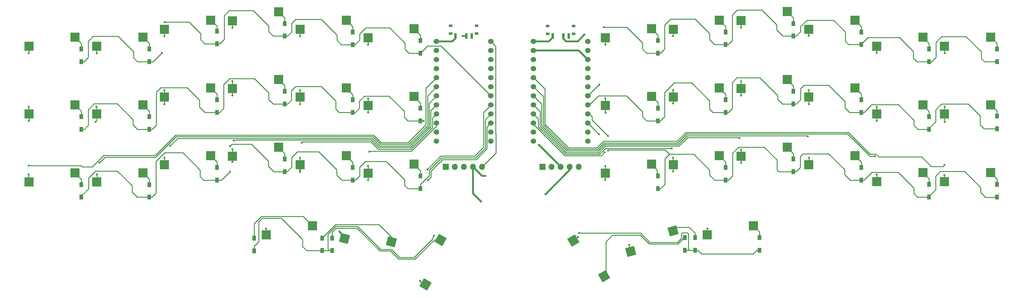
<source format=gbl>
%TF.GenerationSoftware,KiCad,Pcbnew,(6.0.9-0)*%
%TF.CreationDate,2022-12-17T11:16:42-06:00*%
%TF.ProjectId,corne-ice,636f726e-652d-4696-9365-2e6b69636164,0.1*%
%TF.SameCoordinates,Original*%
%TF.FileFunction,Copper,L2,Bot*%
%TF.FilePolarity,Positive*%
%FSLAX46Y46*%
G04 Gerber Fmt 4.6, Leading zero omitted, Abs format (unit mm)*
G04 Created by KiCad (PCBNEW (6.0.9-0)) date 2022-12-17 11:16:42*
%MOMM*%
%LPD*%
G01*
G04 APERTURE LIST*
G04 Aperture macros list*
%AMRotRect*
0 Rectangle, with rotation*
0 The origin of the aperture is its center*
0 $1 length*
0 $2 width*
0 $3 Rotation angle, in degrees counterclockwise*
0 Add horizontal line*
21,1,$1,$2,0,0,$3*%
G04 Aperture macros list end*
%TA.AperFunction,ComponentPad*%
%ADD10R,1.700000X1.700000*%
%TD*%
%TA.AperFunction,ComponentPad*%
%ADD11O,1.700000X1.700000*%
%TD*%
%TA.AperFunction,SMDPad,CuDef*%
%ADD12R,2.550000X2.500000*%
%TD*%
%TA.AperFunction,SMDPad,CuDef*%
%ADD13RotRect,2.550000X2.500000X165.000000*%
%TD*%
%TA.AperFunction,SMDPad,CuDef*%
%ADD14RotRect,2.550000X2.500000X240.000000*%
%TD*%
%TA.AperFunction,SMDPad,CuDef*%
%ADD15RotRect,2.550000X2.500000X120.000000*%
%TD*%
%TA.AperFunction,SMDPad,CuDef*%
%ADD16RotRect,2.550000X2.500000X195.000000*%
%TD*%
%TA.AperFunction,ComponentPad*%
%ADD17C,1.524000*%
%TD*%
%TA.AperFunction,SMDPad,CuDef*%
%ADD18R,1.000000X1.400000*%
%TD*%
%TA.AperFunction,SMDPad,CuDef*%
%ADD19R,0.700000X1.500000*%
%TD*%
%TA.AperFunction,SMDPad,CuDef*%
%ADD20R,1.000000X0.800000*%
%TD*%
%TA.AperFunction,ViaPad*%
%ADD21C,0.600000*%
%TD*%
%TA.AperFunction,Conductor*%
%ADD22C,0.250000*%
%TD*%
%TA.AperFunction,Conductor*%
%ADD23C,0.254000*%
%TD*%
%TA.AperFunction,Conductor*%
%ADD24C,0.508000*%
%TD*%
%TA.AperFunction,Conductor*%
%ADD25C,0.500000*%
%TD*%
G04 APERTURE END LIST*
D10*
X129782500Y-67030000D03*
D11*
X132322500Y-67030000D03*
X134862500Y-67030000D03*
X137402500Y-67030000D03*
X139942500Y-67030000D03*
D12*
X32022500Y-33240000D03*
X44949500Y-30700000D03*
X51022500Y-28490000D03*
X63949500Y-25950000D03*
X70022500Y-26115000D03*
X82949500Y-23575000D03*
X89022500Y-28490000D03*
X101949500Y-25950000D03*
X13022500Y-52240000D03*
X25949500Y-49700000D03*
X32022500Y-52240000D03*
X44949500Y-49700000D03*
X51022500Y-47490000D03*
X63949500Y-44950000D03*
X70022500Y-45115000D03*
X82949500Y-42575000D03*
X89022500Y-47490000D03*
X101949500Y-44950000D03*
X108022500Y-49865000D03*
X120949500Y-47325000D03*
X13022500Y-71240000D03*
X25949500Y-68700000D03*
X32022500Y-71240000D03*
X44949500Y-68700000D03*
X51022500Y-66490000D03*
X63949500Y-63950000D03*
X70022500Y-64115000D03*
X82949500Y-61575000D03*
X89022500Y-66490000D03*
X101949500Y-63950000D03*
X108022500Y-68865000D03*
X120949500Y-66325000D03*
X79522500Y-86115000D03*
X92449500Y-83575000D03*
D13*
X101421316Y-87117815D03*
X114565239Y-88010118D03*
D14*
X124115295Y-100020790D03*
X128379091Y-87555680D03*
D15*
X165521705Y-87744210D03*
X174184909Y-97669320D03*
D10*
X156932500Y-67030000D03*
D11*
X159472500Y-67030000D03*
X162012500Y-67030000D03*
X164552500Y-67030000D03*
X167092500Y-67030000D03*
D12*
X212529500Y-64110000D03*
X225456500Y-61570000D03*
X193529500Y-66485000D03*
X206456500Y-63945000D03*
X174529500Y-68860000D03*
X187456500Y-66320000D03*
X203029500Y-86110000D03*
X215956500Y-83570000D03*
D16*
X181613515Y-90780281D03*
X193442638Y-84981076D03*
D12*
X212529500Y-26110000D03*
X225456500Y-23570000D03*
X193529500Y-28485000D03*
X206456500Y-25945000D03*
X269529500Y-52235000D03*
X282456500Y-49695000D03*
X231529500Y-28485000D03*
X244456500Y-25945000D03*
X250529500Y-52235000D03*
X263456500Y-49695000D03*
X250529500Y-71235000D03*
X263456500Y-68695000D03*
X231529500Y-66485000D03*
X244456500Y-63945000D03*
X269529500Y-33235000D03*
X282456500Y-30695000D03*
X250529500Y-33235000D03*
X263456500Y-30695000D03*
X231529500Y-47485000D03*
X244456500Y-44945000D03*
X212529500Y-45110000D03*
X225456500Y-42570000D03*
X193529500Y-47485000D03*
X206456500Y-44945000D03*
X174529500Y-49860000D03*
X187456500Y-47320000D03*
X269529500Y-71235000D03*
X282456500Y-68695000D03*
X13022500Y-33240000D03*
X25949500Y-30700000D03*
X108022500Y-30865000D03*
X120949500Y-28325000D03*
X174522500Y-30865000D03*
X187449500Y-28325000D03*
D17*
X127203900Y-31942000D03*
X127203900Y-34482000D03*
X127203900Y-37022000D03*
X127203900Y-39562000D03*
X127203900Y-42102000D03*
X127203900Y-44642000D03*
X127203900Y-47182000D03*
X127203900Y-49722000D03*
X127203900Y-52262000D03*
X127203900Y-54802000D03*
X127203900Y-57342000D03*
X127203900Y-59882000D03*
X142423900Y-59882000D03*
X142423900Y-57342000D03*
X142423900Y-54802000D03*
X142423900Y-52262000D03*
X142423900Y-49722000D03*
X142423900Y-47182000D03*
X142423900Y-44642000D03*
X142423900Y-42102000D03*
X142423900Y-39562000D03*
X142423900Y-37022000D03*
X142423900Y-34482000D03*
X142423900Y-31942000D03*
X169598900Y-31912000D03*
X169598900Y-34452000D03*
X169598900Y-36992000D03*
X169598900Y-39532000D03*
X169598900Y-42072000D03*
X169598900Y-44612000D03*
X169598900Y-47152000D03*
X169598900Y-49692000D03*
X169598900Y-52232000D03*
X169598900Y-54772000D03*
X169598900Y-57312000D03*
X169598900Y-59852000D03*
X154378900Y-59852000D03*
X154378900Y-57312000D03*
X154378900Y-54772000D03*
X154378900Y-52232000D03*
X154378900Y-49692000D03*
X154378900Y-47152000D03*
X154378900Y-44612000D03*
X154378900Y-42072000D03*
X154378900Y-39532000D03*
X154378900Y-36992000D03*
X154378900Y-34452000D03*
X154378900Y-31912000D03*
D18*
X27734500Y-37551875D03*
X27734500Y-34001875D03*
X46734500Y-37555000D03*
X46734500Y-34005000D03*
X65707500Y-32555000D03*
X65707500Y-29005000D03*
X84707500Y-30430000D03*
X84707500Y-26880000D03*
X103707500Y-32805000D03*
X103707500Y-29255000D03*
X122707500Y-35180000D03*
X122707500Y-31630000D03*
X27734500Y-56551875D03*
X27734500Y-53001875D03*
X46734500Y-56555000D03*
X46734500Y-53005000D03*
X65707500Y-51805000D03*
X65707500Y-48255000D03*
X84707500Y-49430000D03*
X84707500Y-45880000D03*
X103707500Y-51805000D03*
X103707500Y-48255000D03*
X122707500Y-54180000D03*
X122707500Y-50630000D03*
X27734500Y-75551875D03*
X27734500Y-72001875D03*
X46734500Y-75555000D03*
X46734500Y-72005000D03*
X65707500Y-70805000D03*
X65707500Y-67255000D03*
X84707500Y-68430000D03*
X84707500Y-64880000D03*
X103707500Y-70805000D03*
X103707500Y-67255000D03*
X122707500Y-73180000D03*
X122707500Y-69630000D03*
X76157500Y-90545000D03*
X76157500Y-86995000D03*
X95164500Y-90540000D03*
X95164500Y-86990000D03*
X98007500Y-90540000D03*
X98007500Y-86990000D03*
X265214500Y-37550000D03*
X265214500Y-34000000D03*
X246214500Y-32800000D03*
X246214500Y-29250000D03*
X227214500Y-30425000D03*
X227214500Y-26875000D03*
X189207500Y-35180000D03*
X189207500Y-31630000D03*
X284214500Y-56400000D03*
X284214500Y-52850000D03*
X265214500Y-56550000D03*
X265214500Y-53000000D03*
X246214500Y-51800000D03*
X246214500Y-48250000D03*
X227214500Y-49425000D03*
X227214500Y-45875000D03*
X208214500Y-51800000D03*
X208214500Y-48250000D03*
X189207500Y-54180000D03*
X189207500Y-50630000D03*
X284214500Y-75550000D03*
X284214500Y-72000000D03*
X265214500Y-75550000D03*
X265214500Y-72000000D03*
X246214500Y-70800000D03*
X246214500Y-67250000D03*
X227214500Y-68425000D03*
X227214500Y-64875000D03*
X208214500Y-70800000D03*
X208214500Y-67250000D03*
X189207500Y-73180000D03*
X189207500Y-69630000D03*
X217714500Y-90410000D03*
X217714500Y-86860000D03*
X199664500Y-90425000D03*
X199664500Y-86875000D03*
X196814500Y-90425000D03*
X196814500Y-86875000D03*
X284214500Y-37550000D03*
X284214500Y-34000000D03*
X208214500Y-32800000D03*
X208214500Y-29250000D03*
D19*
X159757500Y-30410000D03*
X162757500Y-30410000D03*
X164257500Y-30410000D03*
D20*
X158357500Y-27560000D03*
X158357500Y-29760000D03*
X165657500Y-29760000D03*
X165657500Y-27560000D03*
D19*
X132557500Y-30380000D03*
X135557500Y-30380000D03*
X137057500Y-30380000D03*
D20*
X131157500Y-27530000D03*
X131157500Y-29730000D03*
X138457500Y-29730000D03*
X138457500Y-27530000D03*
D21*
X50307500Y-35105000D03*
X51107500Y-26505000D03*
X123607500Y-54205000D03*
X124607500Y-67780000D03*
X69382500Y-68405000D03*
X69382500Y-61305000D03*
X124807500Y-70805000D03*
X126493737Y-86382353D03*
X139707500Y-76780000D03*
X140907500Y-69580000D03*
X13007500Y-35205000D03*
X13007500Y-54205000D03*
X13007500Y-50205000D03*
X13007500Y-66705000D03*
X13007500Y-69205000D03*
X32107500Y-69205000D03*
X32007500Y-35205000D03*
X32796949Y-65894449D03*
X31964840Y-50194907D03*
X31707500Y-54405000D03*
X51007500Y-49505000D03*
X51007500Y-45505000D03*
X52577078Y-61174578D03*
X51007500Y-64505000D03*
X51007500Y-30505000D03*
X70407500Y-59705000D03*
X70007500Y-62105000D03*
X70007500Y-43105000D03*
X70007500Y-47105000D03*
X70007500Y-65705000D03*
X70007500Y-28105000D03*
X79507500Y-84305000D03*
X89007500Y-64505000D03*
X89007500Y-49505000D03*
X89007500Y-68505000D03*
X89007500Y-30505000D03*
X100007500Y-85205000D03*
X89407500Y-60305000D03*
X89007500Y-45505000D03*
X122607500Y-99005000D03*
X108007500Y-51805000D03*
X108007500Y-47905000D03*
X108007500Y-70805000D03*
X108407504Y-62805000D03*
X108007500Y-32805000D03*
X108007500Y-66805000D03*
X172807500Y-44015200D03*
X174063522Y-27965000D03*
X175232500Y-58415010D03*
X175232500Y-62500000D03*
X172761000Y-57933500D03*
X167110558Y-85628058D03*
X269507500Y-69305000D03*
X269547500Y-66550000D03*
X269607500Y-35205000D03*
X269617500Y-54555000D03*
X269592510Y-50205000D03*
X250507500Y-69205000D03*
X249997500Y-64100010D03*
X250507500Y-50305000D03*
X250507500Y-54205000D03*
X250507500Y-35105000D03*
X231607500Y-49505000D03*
X231234449Y-58513051D03*
X231507500Y-45505000D03*
X231507500Y-30305000D03*
X231607500Y-64505000D03*
X212507500Y-28005000D03*
X212507500Y-43105000D03*
X203087500Y-84335000D03*
X212557500Y-65985000D03*
X212507500Y-62205000D03*
X212107500Y-59020000D03*
X212507500Y-47105000D03*
X193507500Y-45505000D03*
X193517500Y-68325000D03*
X181187500Y-88895000D03*
X193507500Y-49305000D03*
X193137500Y-61875000D03*
X193507500Y-30405000D03*
X193507500Y-64505000D03*
X174417500Y-70675000D03*
X174607500Y-51905000D03*
X174297500Y-63015000D03*
X174507500Y-66905000D03*
X174507500Y-47805000D03*
X174507500Y-32805000D03*
X166887500Y-86675000D03*
X155907500Y-60875000D03*
X157707500Y-74780000D03*
X134507500Y-30380000D03*
X168688500Y-29999000D03*
D22*
X80220686Y-29205000D02*
X81445686Y-30430000D01*
X99307500Y-31605000D02*
X100507500Y-32805000D01*
X75907500Y-23305000D02*
X80207500Y-27605000D01*
X85457500Y-30430000D02*
X86607500Y-29280000D01*
X69107500Y-23305000D02*
X75907500Y-23305000D01*
X65707500Y-32555000D02*
X62257500Y-32555000D01*
X118407500Y-32405000D02*
X118407500Y-34105000D01*
X29607500Y-36428875D02*
X29607500Y-31905000D01*
X62257500Y-32555000D02*
X61107500Y-31405000D01*
X61107500Y-31405000D02*
X61107500Y-29705000D01*
X46734500Y-37555000D02*
X47857500Y-37555000D01*
X121957500Y-35180000D02*
X122707500Y-35180000D01*
X124707500Y-33180000D02*
X122707500Y-35180000D01*
X107407500Y-28105000D02*
X114107500Y-28105000D01*
X29607500Y-31905000D02*
X31007500Y-30505000D01*
X100507500Y-32805000D02*
X103707500Y-32805000D01*
X83957500Y-30430000D02*
X84707500Y-30430000D01*
X28484500Y-37551875D02*
X29607500Y-36428875D01*
X31007500Y-30505000D02*
X38007500Y-30505000D01*
X119482500Y-35180000D02*
X121957500Y-35180000D01*
X38007500Y-30505000D02*
X42307500Y-34805000D01*
X86607500Y-26805000D02*
X87707500Y-25705000D01*
X84707500Y-30430000D02*
X85457500Y-30430000D01*
X65707500Y-32555000D02*
X66457500Y-32555000D01*
X118407500Y-34105000D02*
X119482500Y-35180000D01*
X67707500Y-24705000D02*
X69107500Y-23305000D01*
X80207500Y-29205000D02*
X80220686Y-29205000D01*
X42307500Y-34805000D02*
X42307500Y-36505000D01*
X114107500Y-28105000D02*
X118407500Y-32405000D01*
X27734500Y-37551875D02*
X28484500Y-37551875D01*
X57907500Y-26505000D02*
X51531764Y-26505000D01*
X86607500Y-29280000D02*
X86607500Y-26805000D01*
X67707500Y-31305000D02*
X67707500Y-24705000D01*
X105707500Y-31505000D02*
X105707500Y-29805000D01*
X142423900Y-47182000D02*
X128421900Y-33180000D01*
X105707500Y-29805000D02*
X107407500Y-28105000D01*
X80207500Y-27605000D02*
X80207500Y-29205000D01*
X87707500Y-25705000D02*
X94907500Y-25705000D01*
X94907500Y-25705000D02*
X99307500Y-30105000D01*
X99307500Y-30105000D02*
X99307500Y-31605000D01*
X128421900Y-33180000D02*
X124707500Y-33180000D01*
X51531764Y-26505000D02*
X51107500Y-26505000D01*
X66457500Y-32555000D02*
X67707500Y-31305000D01*
X61107500Y-29705000D02*
X57907500Y-26505000D01*
X42307500Y-36505000D02*
X43357500Y-37555000D01*
X47857500Y-37555000D02*
X50307500Y-35105000D01*
X104407500Y-32805000D02*
X105707500Y-31505000D01*
X81445686Y-30430000D02*
X83957500Y-30430000D01*
X103707500Y-32805000D02*
X104407500Y-32805000D01*
X43357500Y-37555000D02*
X46734500Y-37555000D01*
X25949500Y-30725000D02*
X27734500Y-32510000D01*
X27734500Y-32510000D02*
X27734500Y-32751875D01*
X27734500Y-32751875D02*
X27734500Y-34001875D01*
X105607500Y-50655000D02*
X105607500Y-48605000D01*
X28484500Y-56551875D02*
X29607500Y-55428875D01*
X80207500Y-48205000D02*
X81432500Y-49430000D01*
X119182500Y-54180000D02*
X122707500Y-54180000D01*
X103707500Y-51805000D02*
X104457500Y-51805000D01*
X60807500Y-48354998D02*
X60807500Y-50305000D01*
X46734500Y-56555000D02*
X47484500Y-56555000D01*
X29607500Y-51005000D02*
X31282499Y-49330001D01*
X128382500Y-64005000D02*
X137907500Y-64005000D01*
X94907500Y-44505000D02*
X99007500Y-48605000D01*
X80207500Y-46305000D02*
X80207500Y-48205000D01*
X140407500Y-61505000D02*
X140407500Y-51805000D01*
X60807500Y-50305000D02*
X62307500Y-51805000D01*
X85457500Y-49430000D02*
X86507500Y-48380000D01*
X87707500Y-44505000D02*
X94907500Y-44505000D01*
X49932501Y-44879999D02*
X57332501Y-44879999D01*
X62307500Y-51805000D02*
X65707500Y-51805000D01*
X84707500Y-49430000D02*
X85457500Y-49430000D01*
X66457500Y-51805000D02*
X67607500Y-50655000D01*
X122707500Y-54180000D02*
X123582500Y-54180000D01*
X76207500Y-42305000D02*
X80207500Y-46305000D01*
X105607500Y-48605000D02*
X107007500Y-47205000D01*
X48707500Y-55332000D02*
X48707500Y-46105000D01*
X67607500Y-50655000D02*
X67607500Y-44005000D01*
X99907500Y-51805000D02*
X103707500Y-51805000D01*
X124607500Y-67780000D02*
X128382500Y-64005000D01*
X113907500Y-47205000D02*
X118207500Y-51505000D01*
X99007500Y-50905000D02*
X99907500Y-51805000D01*
X118207500Y-53205000D02*
X119182500Y-54180000D01*
X81432500Y-49430000D02*
X84707500Y-49430000D01*
X47484500Y-56555000D02*
X48707500Y-55332000D01*
X29607500Y-55428875D02*
X29607500Y-51005000D01*
X67607500Y-44005000D02*
X69307500Y-42305000D01*
X69307500Y-42305000D02*
X76207500Y-42305000D01*
X43457500Y-56555000D02*
X45984500Y-56555000D01*
X107007500Y-47205000D02*
X113907500Y-47205000D01*
X48707500Y-46105000D02*
X49932501Y-44879999D01*
X123582500Y-54180000D02*
X123607500Y-54205000D01*
X86507500Y-45705000D02*
X87707500Y-44505000D01*
X104457500Y-51805000D02*
X105607500Y-50655000D01*
X27734500Y-56551875D02*
X28484500Y-56551875D01*
X137907500Y-64005000D02*
X140407500Y-61505000D01*
X140407500Y-51805000D02*
X142423900Y-49788600D01*
X45984500Y-56555000D02*
X46734500Y-56555000D01*
X65707500Y-51805000D02*
X66457500Y-51805000D01*
X99007500Y-48605000D02*
X99007500Y-50905000D01*
X31282499Y-49330001D02*
X37732501Y-49330001D01*
X42207500Y-53805000D02*
X42207500Y-55305000D01*
X86507500Y-48380000D02*
X86507500Y-45705000D01*
X42207500Y-55305000D02*
X43457500Y-56555000D01*
X57332501Y-44879999D02*
X60807500Y-48354998D01*
X118207500Y-51505000D02*
X118207500Y-53205000D01*
X37732501Y-49330001D02*
X42207500Y-53805000D01*
X46734500Y-32520000D02*
X46734500Y-34005000D01*
X44949500Y-30735000D02*
X46734500Y-32520000D01*
X75407500Y-60705000D02*
X69982500Y-60705000D01*
X46734500Y-75555000D02*
X47484500Y-75555000D01*
X80107500Y-65405000D02*
X75407500Y-60705000D01*
D23*
X128632500Y-64505000D02*
X138173500Y-64505000D01*
D22*
X81632500Y-68430000D02*
X80107500Y-66905000D01*
X48607500Y-65533078D02*
X51035578Y-63105000D01*
X119182500Y-73180000D02*
X122707500Y-73180000D01*
X94207500Y-62805000D02*
X99207500Y-67805000D01*
X29707500Y-70205000D02*
X31707500Y-68205000D01*
X105707500Y-67105000D02*
X107307500Y-65505000D01*
X86607500Y-67105000D02*
X86607500Y-64405000D01*
X84707500Y-68430000D02*
X81632500Y-68430000D01*
X56107500Y-63105000D02*
X61007500Y-68005000D01*
X61007500Y-68005000D02*
X61007500Y-69805000D01*
X31707500Y-68205000D02*
X37807500Y-68205000D01*
D23*
X125234500Y-67903000D02*
X128632500Y-64505000D01*
D22*
X69982500Y-60705000D02*
X69382500Y-61305000D01*
X43357500Y-75555000D02*
X46057500Y-75555000D01*
X51035578Y-63105000D02*
X56107500Y-63105000D01*
X84707500Y-68430000D02*
X85282500Y-68430000D01*
X107307500Y-65505000D02*
X113107500Y-65505000D01*
X41907500Y-74105000D02*
X43357500Y-75555000D01*
X118307500Y-72305000D02*
X119182500Y-73180000D01*
X105707500Y-69555000D02*
X105707500Y-67105000D01*
X27734500Y-75178000D02*
X29707500Y-73205000D01*
D23*
X122707500Y-73180000D02*
X122707500Y-71930000D01*
D22*
X104457500Y-70805000D02*
X105707500Y-69555000D01*
X103707500Y-70805000D02*
X104457500Y-70805000D01*
X67007500Y-70805000D02*
X65707500Y-70805000D01*
X80107500Y-66905000D02*
X80107500Y-65405000D01*
X62007500Y-70805000D02*
X64957500Y-70805000D01*
X64957500Y-70805000D02*
X65707500Y-70805000D01*
D23*
X140859511Y-53826389D02*
X142423900Y-52262000D01*
D22*
X113107500Y-65505000D02*
X118307500Y-70705000D01*
X29707500Y-73205000D02*
X29707500Y-70205000D01*
X100707500Y-70805000D02*
X103707500Y-70805000D01*
D23*
X122707500Y-71930000D02*
X125234500Y-69403000D01*
D22*
X69382500Y-68430000D02*
X67007500Y-70805000D01*
X48607500Y-74432000D02*
X48607500Y-65533078D01*
X47484500Y-75555000D02*
X48607500Y-74432000D01*
X88207500Y-62805000D02*
X94207500Y-62805000D01*
D23*
X138173500Y-64505000D02*
X140859511Y-61818989D01*
D22*
X99207500Y-69305000D02*
X100707500Y-70805000D01*
D23*
X125234500Y-69403000D02*
X125234500Y-67903000D01*
D22*
X61007500Y-69805000D02*
X62007500Y-70805000D01*
X85282500Y-68430000D02*
X86607500Y-67105000D01*
X118307500Y-70705000D02*
X118307500Y-72305000D01*
X46057500Y-75555000D02*
X46734500Y-75555000D01*
X69382500Y-68405000D02*
X69382500Y-68430000D01*
X86607500Y-64405000D02*
X88207500Y-62805000D01*
D23*
X140859511Y-61818989D02*
X140859511Y-53826389D01*
D22*
X99207500Y-67805000D02*
X99207500Y-69305000D01*
X37807500Y-68205000D02*
X41907500Y-72305000D01*
X41907500Y-72305000D02*
X41907500Y-74105000D01*
X65707500Y-27623000D02*
X65707500Y-29005000D01*
X64034500Y-25950000D02*
X65707500Y-27623000D01*
X124807500Y-70805000D02*
X125686500Y-69926000D01*
X114557490Y-90154990D02*
X116857489Y-92454989D01*
D23*
X141313522Y-55912378D02*
X141313522Y-62007046D01*
D22*
X111493900Y-90154990D02*
X114557490Y-90154990D01*
X78407500Y-81405000D02*
X83707500Y-81405000D01*
X76157500Y-89295000D02*
X77407500Y-88045000D01*
X83707500Y-81405000D02*
X89707500Y-87405000D01*
X77407500Y-88045000D02*
X77407500Y-82405000D01*
X126193738Y-87218762D02*
X126193738Y-86682352D01*
X95164500Y-90540000D02*
X98007500Y-90540000D01*
X96807500Y-90090000D02*
X96807500Y-85941410D01*
X97257500Y-90540000D02*
X96807500Y-90090000D01*
X90842500Y-90540000D02*
X95207500Y-90540000D01*
D23*
X138315568Y-65005000D02*
X130607500Y-65005000D01*
D22*
X105093900Y-83754989D02*
X111493900Y-90154990D01*
X126193738Y-86682352D02*
X126493737Y-86382353D01*
X120957511Y-92454989D02*
X126193738Y-87218762D01*
D23*
X142423900Y-54802000D02*
X141313522Y-55912378D01*
D22*
X125686500Y-69926000D02*
X125686500Y-68201000D01*
D23*
X141313522Y-62007046D02*
X138315568Y-65005000D01*
D22*
X98993920Y-83754989D02*
X105093900Y-83754989D01*
X77407500Y-82405000D02*
X78407500Y-81405000D01*
X76157500Y-90545000D02*
X76157500Y-89295000D01*
X125686500Y-68201000D02*
X128882500Y-65005000D01*
X128882500Y-65005000D02*
X130607500Y-65005000D01*
X96807500Y-85941410D02*
X98993920Y-83754989D01*
X89707500Y-89405000D02*
X90842500Y-90540000D01*
X116857489Y-92454989D02*
X120957511Y-92454989D01*
X98007500Y-90540000D02*
X97257500Y-90540000D01*
X89707500Y-87405000D02*
X89707500Y-89405000D01*
X84707500Y-25303000D02*
X84707500Y-26880000D01*
X82979500Y-23575000D02*
X84707500Y-25303000D01*
X103707500Y-27753000D02*
X103707500Y-29255000D01*
X101949500Y-25995000D02*
X103707500Y-27753000D01*
X122707500Y-30103000D02*
X122707500Y-31630000D01*
X120949500Y-28345000D02*
X122707500Y-30103000D01*
X25994500Y-49700000D02*
X27734500Y-51440000D01*
X27734500Y-51440000D02*
X27734500Y-53001875D01*
X46734500Y-51450000D02*
X46734500Y-53005000D01*
X44984500Y-49700000D02*
X46734500Y-51450000D01*
X65707500Y-46613000D02*
X65707500Y-48255000D01*
X64044500Y-44950000D02*
X65707500Y-46613000D01*
X84707500Y-44283000D02*
X84707500Y-45880000D01*
X82999500Y-42575000D02*
X84707500Y-44283000D01*
X103707500Y-46803000D02*
X103707500Y-48255000D01*
X101949500Y-45045000D02*
X103707500Y-46803000D01*
X122707500Y-49205000D02*
X122707500Y-50630000D01*
X120949500Y-47447000D02*
X122707500Y-49205000D01*
X27734500Y-70500000D02*
X27734500Y-72001875D01*
X25949500Y-68715000D02*
X27734500Y-70500000D01*
X45014500Y-68700000D02*
X46734500Y-70420000D01*
X46734500Y-70420000D02*
X46734500Y-72005000D01*
X63949500Y-63955000D02*
X65707500Y-65713000D01*
X65707500Y-65713000D02*
X65707500Y-67255000D01*
X82969500Y-61575000D02*
X84707500Y-63313000D01*
X84707500Y-63313000D02*
X84707500Y-64880000D01*
X103707500Y-65753000D02*
X103707500Y-67255000D01*
X101949500Y-63995000D02*
X103707500Y-65753000D01*
X120949500Y-66375000D02*
X122707500Y-68133000D01*
X122707500Y-68133000D02*
X122707500Y-69630000D01*
X76157500Y-82955000D02*
X78157510Y-80954990D01*
X76157500Y-86995000D02*
X76157500Y-82955000D01*
X89857490Y-80954990D02*
X92449500Y-83547000D01*
X78157510Y-80954990D02*
X89857490Y-80954990D01*
X95164500Y-86948000D02*
X98907500Y-83205000D01*
X114565239Y-86716023D02*
X114565239Y-88010118D01*
X111054216Y-83205000D02*
X114565239Y-86716023D01*
X98907500Y-83205000D02*
X111054216Y-83205000D01*
X114307501Y-90605001D02*
X116607500Y-92905000D01*
X98007500Y-86990000D02*
X98007500Y-85377820D01*
X126556820Y-87555680D02*
X128379091Y-87555680D01*
X98007500Y-85377820D02*
X99180320Y-84205000D01*
X116607500Y-92905000D02*
X121207500Y-92905000D01*
X104907500Y-84205000D02*
X111307500Y-90605001D01*
X121207500Y-92905000D02*
X126556820Y-87555680D01*
X111307500Y-90605001D02*
X114307501Y-90605001D01*
X99180320Y-84205000D02*
X104907500Y-84205000D01*
D24*
X137402500Y-67030000D02*
X137402500Y-74475000D01*
X137402500Y-67030000D02*
X139952500Y-69580000D01*
X139952500Y-69580000D02*
X140907500Y-69580000D01*
X137402500Y-74475000D02*
X139707500Y-76780000D01*
D23*
X124234502Y-55267658D02*
X120948173Y-58553987D01*
D22*
X28022500Y-67020000D02*
X27707500Y-66705000D01*
X13431764Y-66705000D02*
X13007500Y-66705000D01*
X13022500Y-54190000D02*
X13007500Y-54205000D01*
X13007500Y-50205000D02*
X13007500Y-52225000D01*
X111689829Y-60263953D02*
X109570843Y-58144967D01*
X27707500Y-66705000D02*
X13431764Y-66705000D01*
X54080720Y-58144968D02*
X48420688Y-63805000D01*
X109570843Y-58144967D02*
X54080720Y-58144968D01*
X48420688Y-63805000D02*
X34002500Y-63805000D01*
X13007500Y-69205000D02*
X13007500Y-71225000D01*
X13022500Y-52240000D02*
X13022500Y-54190000D01*
X13022500Y-33240000D02*
X13022500Y-35190000D01*
X30787500Y-67020000D02*
X28022500Y-67020000D01*
X34002500Y-63805000D02*
X30787500Y-67020000D01*
D23*
X124234502Y-45071398D02*
X124234502Y-55267658D01*
D22*
X120907500Y-58605000D02*
X119248547Y-60263953D01*
X119248547Y-60263953D02*
X111689829Y-60263953D01*
X13022500Y-35190000D02*
X13007500Y-35205000D01*
D23*
X127203900Y-42102000D02*
X124234502Y-45071398D01*
D22*
X32022500Y-35190000D02*
X32007500Y-35205000D01*
D23*
X127203900Y-44642000D02*
X124688510Y-47157390D01*
X124688510Y-47157390D02*
X124688510Y-55515201D01*
D22*
X32022500Y-50252567D02*
X31964840Y-50194907D01*
D23*
X48559928Y-64305000D02*
X45807500Y-64305000D01*
X124688510Y-55515201D02*
X119487747Y-60715964D01*
D22*
X34386398Y-64305000D02*
X33096948Y-65594450D01*
X32022500Y-52240000D02*
X32022500Y-50252567D01*
X31707500Y-54405000D02*
X32022500Y-54190000D01*
D23*
X111502599Y-60715963D02*
X109383614Y-58596978D01*
X54267950Y-58596978D02*
X48559928Y-64305000D01*
X109383614Y-58596978D02*
X54267950Y-58596978D01*
D22*
X45807500Y-64305000D02*
X34386398Y-64305000D01*
X32022500Y-54190000D02*
X32022500Y-52240000D01*
X33096948Y-65594450D02*
X32796949Y-65894449D01*
X32022500Y-33240000D02*
X32022500Y-35190000D01*
D23*
X119487747Y-60715964D02*
X111502599Y-60715963D01*
D22*
X32107500Y-69205000D02*
X32107500Y-71155000D01*
D23*
X119675805Y-61169975D02*
X111314543Y-61169975D01*
X125142521Y-49243379D02*
X125142521Y-55703259D01*
X52877077Y-60874579D02*
X52577078Y-61174578D01*
X54700667Y-59050989D02*
X52877077Y-60874579D01*
D22*
X51007500Y-64505000D02*
X51007500Y-66475000D01*
X51022500Y-28490000D02*
X51022500Y-30490000D01*
X51022500Y-47490000D02*
X51022500Y-49490000D01*
X51007500Y-45505000D02*
X51007500Y-47475000D01*
D23*
X127203900Y-47182000D02*
X125142521Y-49243379D01*
D22*
X51022500Y-30490000D02*
X51007500Y-30505000D01*
X51022500Y-49490000D02*
X51007500Y-49505000D01*
D23*
X111314543Y-61169975D02*
X109195557Y-59050989D01*
X109195557Y-59050989D02*
X54700667Y-59050989D01*
X125142521Y-55703259D02*
X119675805Y-61169975D01*
D22*
X70022500Y-26115000D02*
X70022500Y-28090000D01*
D23*
X111126486Y-61623986D02*
X109007500Y-59505000D01*
X125596532Y-55891316D02*
X119863862Y-61623986D01*
D22*
X70022500Y-64115000D02*
X70022500Y-65690000D01*
X70022500Y-47090000D02*
X70007500Y-47105000D01*
D23*
X71031764Y-59505000D02*
X70831764Y-59705000D01*
X125596532Y-51329368D02*
X125596532Y-55891316D01*
D22*
X70007500Y-62105000D02*
X70007500Y-64100000D01*
D23*
X127203900Y-49722000D02*
X125596532Y-51329368D01*
D22*
X70022500Y-45115000D02*
X70022500Y-47090000D01*
D23*
X70831764Y-59705000D02*
X70407500Y-59705000D01*
D22*
X70022500Y-28090000D02*
X70007500Y-28105000D01*
X70022500Y-65690000D02*
X70007500Y-65705000D01*
D23*
X109007500Y-59505000D02*
X71031764Y-59505000D01*
D22*
X70007500Y-43105000D02*
X70007500Y-45100000D01*
X79507500Y-84305000D02*
X79507500Y-86100000D01*
D23*
X119863862Y-61623986D02*
X111126486Y-61623986D01*
X126050543Y-56079376D02*
X126050543Y-53415357D01*
X120024919Y-62105000D02*
X126050543Y-56079376D01*
X126050543Y-53415357D02*
X126441901Y-53023999D01*
D22*
X89022500Y-49490000D02*
X89007500Y-49505000D01*
D23*
X110907500Y-62105000D02*
X120024919Y-62105000D01*
X110907500Y-62105000D02*
X108807500Y-60005000D01*
D22*
X89022500Y-30490000D02*
X89007500Y-30505000D01*
D23*
X89707500Y-60005000D02*
X108807500Y-60005000D01*
D22*
X89022500Y-28490000D02*
X89022500Y-30490000D01*
X89007500Y-45505000D02*
X89007500Y-47475000D01*
D25*
X100307499Y-85504999D02*
X100007500Y-85205000D01*
D22*
X89022500Y-47490000D02*
X89022500Y-49490000D01*
D23*
X89407500Y-60305000D02*
X89707500Y-60005000D01*
X126441901Y-53023999D02*
X127203900Y-52262000D01*
D25*
X89022500Y-66490000D02*
X89022500Y-68490000D01*
D22*
X89007500Y-64505000D02*
X89007500Y-66475000D01*
D25*
X101807500Y-87005000D02*
X100307499Y-85504999D01*
X89022500Y-68490000D02*
X89007500Y-68505000D01*
D22*
X108007500Y-47905000D02*
X108007500Y-49850000D01*
X108022500Y-51790000D02*
X108007500Y-51805000D01*
D23*
X120195953Y-62605000D02*
X108607504Y-62605000D01*
X108607504Y-62605000D02*
X108407504Y-62805000D01*
D22*
X108022500Y-30865000D02*
X108022500Y-32790000D01*
X108022500Y-32790000D02*
X108007500Y-32805000D01*
X108007500Y-66805000D02*
X108007500Y-68850000D01*
D23*
X127203900Y-55597053D02*
X120195953Y-62605000D01*
X127203900Y-54802000D02*
X127203900Y-55597053D01*
D22*
X108022500Y-68865000D02*
X108022500Y-70790000D01*
X108022500Y-70790000D02*
X108007500Y-70805000D01*
X122607500Y-99105000D02*
X123707500Y-100205000D01*
X122607500Y-99005000D02*
X122607500Y-99105000D01*
X108022500Y-49865000D02*
X108022500Y-51790000D01*
D23*
X143857500Y-63130000D02*
X139957500Y-67030000D01*
X142423900Y-31942000D02*
X143751500Y-33269600D01*
X143857500Y-57780000D02*
X143857500Y-63130000D01*
X139957500Y-67030000D02*
X139942500Y-67030000D01*
X143751500Y-33269600D02*
X143751500Y-57674000D01*
X143751500Y-57674000D02*
X143857500Y-57780000D01*
D22*
X284214500Y-32420000D02*
X284214500Y-34000000D01*
X282489500Y-30695000D02*
X284214500Y-32420000D01*
X186042500Y-35180000D02*
X189207500Y-35180000D01*
X260757500Y-34665000D02*
X260757500Y-36545000D01*
X265964500Y-37550000D02*
X267117500Y-36397000D01*
X208964500Y-32800000D02*
X210067500Y-31697000D01*
X268697500Y-30575000D02*
X275557500Y-30575000D01*
X203697500Y-29715000D02*
X203697500Y-31415000D01*
X226464500Y-30425000D02*
X227214500Y-30425000D01*
X265214500Y-37550000D02*
X265964500Y-37550000D01*
X241747500Y-31915000D02*
X242632500Y-32800000D01*
X279797500Y-34815000D02*
X279797500Y-36665000D01*
X224197500Y-30425000D02*
X226464500Y-30425000D01*
X256917500Y-30825000D02*
X259947500Y-33855000D01*
X191087500Y-34050000D02*
X191087500Y-27345000D01*
X238453498Y-25945000D02*
X241747500Y-29239002D01*
X210067500Y-31697000D02*
X210067500Y-28205000D01*
X210067500Y-28205000D02*
X210097500Y-28175000D01*
X199647500Y-25665000D02*
X203697500Y-29715000D01*
X189207500Y-35180000D02*
X189957500Y-35180000D01*
X222487500Y-28715000D02*
X224197500Y-30425000D01*
X259947500Y-33855000D02*
X260757500Y-34665000D01*
X174063522Y-27965000D02*
X180487500Y-27965000D01*
X275557500Y-30575000D02*
X279797500Y-34815000D01*
X192767500Y-25665000D02*
X199647500Y-25665000D01*
X218347500Y-23135000D02*
X222487500Y-27275000D01*
X184897500Y-32375000D02*
X184897500Y-34035000D01*
X264464500Y-37550000D02*
X265214500Y-37550000D01*
X222487500Y-27275000D02*
X222487500Y-28715000D01*
X242632500Y-32800000D02*
X246112500Y-32800000D01*
X241747500Y-29239002D02*
X241747500Y-31915000D01*
X230959498Y-25945000D02*
X238453498Y-25945000D01*
X172807500Y-44015200D02*
X172735700Y-44015200D01*
X205082500Y-32800000D02*
X208214500Y-32800000D01*
X280682500Y-37550000D02*
X284214500Y-37550000D01*
X246112500Y-32800000D02*
X248087500Y-30825000D01*
X227964500Y-30425000D02*
X229197500Y-29192000D01*
X191087500Y-27345000D02*
X192767500Y-25665000D01*
X261762500Y-37550000D02*
X264464500Y-37550000D01*
X279797500Y-36665000D02*
X280682500Y-37550000D01*
X267117500Y-32155000D02*
X268697500Y-30575000D01*
X229197500Y-27706998D02*
X230959498Y-25945000D01*
X248087500Y-30825000D02*
X256917500Y-30825000D01*
X227214500Y-30425000D02*
X227964500Y-30425000D01*
X180487500Y-27965000D02*
X184897500Y-32375000D01*
X189957500Y-35180000D02*
X191087500Y-34050000D01*
X172735700Y-44015200D02*
X169598900Y-47152000D01*
X211397500Y-23135000D02*
X218347500Y-23135000D01*
X267117500Y-36397000D02*
X267117500Y-32155000D01*
X208214500Y-32800000D02*
X208964500Y-32800000D01*
X184897500Y-34035000D02*
X186042500Y-35180000D01*
X203697500Y-31415000D02*
X205082500Y-32800000D01*
X210097500Y-24435000D02*
X211397500Y-23135000D01*
X229197500Y-29192000D02*
X229197500Y-27706998D01*
X210097500Y-28175000D02*
X210097500Y-24435000D01*
X260757500Y-36545000D02*
X261762500Y-37550000D01*
X263456500Y-30732000D02*
X265214500Y-32490000D01*
X265214500Y-32490000D02*
X265214500Y-34000000D01*
X244456500Y-26012000D02*
X246214500Y-27770000D01*
X246214500Y-27770000D02*
X246214500Y-29250000D01*
X227214500Y-25330000D02*
X227214500Y-26875000D01*
X225456500Y-23572000D02*
X227214500Y-25330000D01*
X206469500Y-25945000D02*
X208214500Y-27690000D01*
X208214500Y-27690000D02*
X208214500Y-29250000D01*
X187456500Y-28392000D02*
X189207500Y-30143000D01*
X189207500Y-30143000D02*
X189207500Y-31630000D01*
X279457500Y-52699002D02*
X279457500Y-55265000D01*
X217767500Y-42065000D02*
X222757500Y-47055000D01*
X224117500Y-49425000D02*
X227214500Y-49425000D01*
X249159500Y-49605000D02*
X256607500Y-49605000D01*
X237067500Y-44165000D02*
X241647500Y-48745000D01*
X203757500Y-50915000D02*
X204642500Y-51800000D01*
X241647500Y-50505000D02*
X242942500Y-51800000D01*
X210047500Y-50717000D02*
X210047500Y-43385000D01*
X169990500Y-49692000D02*
X172527500Y-47155000D01*
X210047500Y-43385000D02*
X211367500Y-42065000D01*
X276213498Y-49455000D02*
X279457500Y-52699002D01*
X279457500Y-55265000D02*
X280592500Y-56400000D01*
X229167500Y-45095000D02*
X230097500Y-44165000D01*
X193852500Y-43495000D02*
X198697500Y-43495000D01*
X267027500Y-54435000D02*
X267027500Y-51095000D01*
X189207500Y-54180000D02*
X189957500Y-54180000D01*
X260987500Y-53985000D02*
X260987500Y-55415000D01*
X211367500Y-42065000D02*
X217767500Y-42065000D01*
X184957500Y-53055000D02*
X186082500Y-54180000D01*
X241647500Y-48745000D02*
X241647500Y-50505000D01*
X191127500Y-53010000D02*
X191127500Y-46220000D01*
X198697500Y-43495000D02*
X203757500Y-48555000D01*
X191127500Y-46220000D02*
X193852500Y-43495000D01*
X246964500Y-51800000D02*
X249159500Y-49605000D01*
X203757500Y-48555000D02*
X203757500Y-50915000D01*
X204642500Y-51800000D02*
X208214500Y-51800000D01*
X280592500Y-56400000D02*
X284214500Y-56400000D01*
X256607500Y-49605000D02*
X260987500Y-53985000D01*
X222757500Y-48065000D02*
X224117500Y-49425000D01*
X222757500Y-47055000D02*
X222757500Y-48065000D01*
X230097500Y-44165000D02*
X237067500Y-44165000D01*
X172527500Y-47155000D02*
X180457500Y-47155000D01*
X229167500Y-48222000D02*
X229167500Y-45095000D01*
X180457500Y-47155000D02*
X184957500Y-51655000D01*
X268667500Y-49455000D02*
X276213498Y-49455000D01*
X227214500Y-49425000D02*
X227964500Y-49425000D01*
X262122500Y-56550000D02*
X265214500Y-56550000D01*
X227964500Y-49425000D02*
X229167500Y-48222000D01*
X260987500Y-55415000D02*
X262122500Y-56550000D01*
X246214500Y-51800000D02*
X246964500Y-51800000D01*
X208964500Y-51800000D02*
X210047500Y-50717000D01*
X208214500Y-51800000D02*
X208964500Y-51800000D01*
X186082500Y-54180000D02*
X189207500Y-54180000D01*
X184957500Y-51655000D02*
X184957500Y-53055000D01*
X265214500Y-56248000D02*
X267027500Y-54435000D01*
X242942500Y-51800000D02*
X246214500Y-51800000D01*
X189957500Y-54180000D02*
X191127500Y-53010000D01*
X267027500Y-51095000D02*
X268667500Y-49455000D01*
X284214500Y-51600000D02*
X284214500Y-52850000D01*
X282519500Y-49695000D02*
X284214500Y-51390000D01*
X284214500Y-51390000D02*
X284214500Y-51600000D01*
X265214500Y-51530000D02*
X265214500Y-53000000D01*
X263456500Y-49772000D02*
X265214500Y-51530000D01*
X244549500Y-44945000D02*
X246214500Y-46610000D01*
X246214500Y-46610000D02*
X246214500Y-48250000D01*
X225456500Y-42642000D02*
X227214500Y-44400000D01*
X227214500Y-44400000D02*
X227214500Y-45875000D01*
X208214500Y-46730000D02*
X208214500Y-48250000D01*
X206456500Y-44972000D02*
X208214500Y-46730000D01*
X187524500Y-47320000D02*
X189207500Y-49003000D01*
X189207500Y-49003000D02*
X189207500Y-50630000D01*
X211817500Y-61505000D02*
X218967500Y-61505000D01*
X210167500Y-69597000D02*
X210167500Y-63155000D01*
X268357500Y-68345000D02*
X267027500Y-69675000D01*
X208214500Y-70800000D02*
X208964500Y-70800000D01*
X283464500Y-75550000D02*
X283409500Y-75605000D01*
X284214500Y-75550000D02*
X283464500Y-75550000D01*
X229907500Y-63385000D02*
X237097500Y-63385000D01*
X208964500Y-70800000D02*
X210167500Y-69597000D01*
X210167500Y-63155000D02*
X211817500Y-61505000D01*
X249207500Y-68557000D02*
X256549500Y-68557000D01*
X260957500Y-74575000D02*
X261932500Y-75550000D01*
X246214500Y-70800000D02*
X246964500Y-70800000D01*
X279697500Y-74275000D02*
X279697500Y-72885000D01*
X261932500Y-75550000D02*
X264464500Y-75550000D01*
X264464500Y-75550000D02*
X265214500Y-75550000D01*
X223087500Y-68425000D02*
X227687500Y-68425000D01*
X229137500Y-64155000D02*
X229907500Y-63385000D01*
X170747500Y-53930010D02*
X175232500Y-58415010D01*
X203757500Y-67945000D02*
X203757500Y-69395000D01*
X203757500Y-69395000D02*
X205162500Y-70800000D01*
X191147500Y-64785000D02*
X192437500Y-63495000D01*
X275157500Y-68345000D02*
X268357500Y-68345000D01*
X283409500Y-75605000D02*
X281027500Y-75605000D01*
X281027500Y-75605000D02*
X279697500Y-74275000D01*
X260957500Y-72965000D02*
X260957500Y-74575000D01*
X256549500Y-68557000D02*
X260957500Y-72965000D01*
X191247500Y-62305000D02*
X192437500Y-63495000D01*
X218967500Y-61505000D02*
X222577500Y-65115000D01*
X175427500Y-62305000D02*
X191247500Y-62305000D01*
X279697500Y-72885000D02*
X275157500Y-68345000D01*
X227964500Y-68425000D02*
X229137500Y-67252000D01*
X267027500Y-73475000D02*
X265214500Y-75288000D01*
X222577500Y-65115000D02*
X222577500Y-67915000D01*
X241527500Y-69275000D02*
X243052500Y-70800000D01*
X205162500Y-70800000D02*
X208214500Y-70800000D01*
X241527500Y-67815000D02*
X241527500Y-69275000D01*
X199307500Y-63495000D02*
X203757500Y-67945000D01*
X227687500Y-68425000D02*
X227214500Y-68425000D01*
X191147500Y-71990000D02*
X191147500Y-64785000D01*
X237097500Y-63385000D02*
X241527500Y-67815000D01*
X192437500Y-63495000D02*
X199307500Y-63495000D01*
X267027500Y-69675000D02*
X267027500Y-73475000D01*
X246964500Y-70800000D02*
X249207500Y-68557000D01*
X169994500Y-52232000D02*
X170747500Y-52985000D01*
X170747500Y-52985000D02*
X170747500Y-53930010D01*
X243052500Y-70800000D02*
X246214500Y-70800000D01*
X222577500Y-67915000D02*
X223087500Y-68425000D01*
X229137500Y-67252000D02*
X229137500Y-64155000D01*
X189957500Y-73180000D02*
X191147500Y-71990000D01*
X189207500Y-73180000D02*
X189957500Y-73180000D01*
X175232500Y-62500000D02*
X175427500Y-62305000D01*
X227214500Y-68425000D02*
X227964500Y-68425000D01*
X282479500Y-68695000D02*
X284214500Y-70430000D01*
X284214500Y-70430000D02*
X284214500Y-72000000D01*
X265214500Y-70440000D02*
X265214500Y-72000000D01*
X263469500Y-68695000D02*
X265214500Y-70440000D01*
X244469500Y-63945000D02*
X246214500Y-65690000D01*
X246214500Y-65690000D02*
X246214500Y-67250000D01*
X225456500Y-61592000D02*
X227214500Y-63350000D01*
X227214500Y-63350000D02*
X227214500Y-64875000D01*
X208214500Y-65670000D02*
X208214500Y-67250000D01*
X206489500Y-63945000D02*
X208214500Y-65670000D01*
X188964728Y-67870228D02*
X188964728Y-69192990D01*
X187456500Y-66362000D02*
X188964728Y-67870228D01*
X216072500Y-83570000D02*
X217714500Y-85212000D01*
X217714500Y-85212000D02*
X217714500Y-86860000D01*
X197489502Y-85465000D02*
X197797500Y-85772998D01*
X197797500Y-90035000D02*
X198167500Y-90405000D01*
X199664500Y-90425000D02*
X198914500Y-90425000D01*
X167110558Y-85628058D02*
X184420558Y-85628058D01*
X201394500Y-91405000D02*
X200414500Y-90425000D01*
X186977500Y-88185000D02*
X194647500Y-88185000D01*
X198914500Y-90425000D02*
X198167500Y-90405000D01*
X217714500Y-90410000D02*
X216964500Y-90410000D01*
X195807500Y-87025000D02*
X195807500Y-85796998D01*
X172742500Y-57933500D02*
X171407500Y-56598500D01*
X196139498Y-85465000D02*
X197489502Y-85465000D01*
X171407500Y-56580600D02*
X169598900Y-54772000D01*
X184420558Y-85628058D02*
X186977500Y-88185000D01*
X194647500Y-88185000D02*
X195807500Y-87025000D01*
X172761000Y-57933500D02*
X172742500Y-57933500D01*
X200414500Y-90425000D02*
X199664500Y-90425000D01*
X195807500Y-85796998D02*
X196139498Y-85465000D01*
X171407500Y-56598500D02*
X171407500Y-56580600D01*
X215969500Y-91405000D02*
X201394500Y-91405000D01*
X197797500Y-85772998D02*
X197797500Y-90035000D01*
X216964500Y-90410000D02*
X215969500Y-91405000D01*
X198167500Y-90405000D02*
X196814500Y-90425000D01*
X193442638Y-84981076D02*
X194483671Y-83940043D01*
X199664500Y-85625000D02*
X199664500Y-86875000D01*
X197979543Y-83940043D02*
X199664500Y-85625000D01*
X194483671Y-83940043D02*
X197979543Y-83940043D01*
X194867489Y-88635011D02*
X186791100Y-88635011D01*
X196627500Y-86875000D02*
X194867489Y-88635011D01*
X184326089Y-86170000D02*
X176497500Y-86170000D01*
X176497500Y-86170000D02*
X174647500Y-88020000D01*
X186791100Y-88635011D02*
X184326089Y-86170000D01*
X174647500Y-88020000D02*
X174647500Y-97206729D01*
X269529500Y-54467000D02*
X269617500Y-54555000D01*
X269529500Y-50268010D02*
X269592510Y-50205000D01*
D23*
X194593158Y-59875966D02*
X197085145Y-57383979D01*
D22*
X269147500Y-66950000D02*
X269547500Y-66550000D01*
D23*
X164172444Y-61674944D02*
X172177110Y-61674944D01*
D22*
X251097492Y-64275000D02*
X263142500Y-64275000D01*
X250297501Y-63475009D02*
X251097492Y-64275000D01*
D23*
X173976088Y-59875966D02*
X194593158Y-59875966D01*
D22*
X269529500Y-52235000D02*
X269529500Y-50268010D01*
X248692509Y-63475009D02*
X250297501Y-63475009D01*
D23*
X157567501Y-45190001D02*
X157567501Y-55070001D01*
X157567501Y-55070001D02*
X164172444Y-61674944D01*
D22*
X269529500Y-33235000D02*
X269529500Y-35127000D01*
D23*
X242591479Y-57383979D02*
X243787500Y-58580000D01*
X197085145Y-57383979D02*
X242591479Y-57383979D01*
D22*
X269529500Y-35127000D02*
X269607500Y-35205000D01*
D23*
X172177110Y-61674944D02*
X173976088Y-59875966D01*
X154450500Y-42073000D02*
X157567501Y-45190001D01*
D22*
X269529500Y-52235000D02*
X269529500Y-54467000D01*
X243787500Y-58570000D02*
X248692509Y-63475009D01*
X265817500Y-66950000D02*
X269147500Y-66950000D01*
X263142500Y-64275000D02*
X265817500Y-66950000D01*
X269507500Y-69305000D02*
X269507500Y-71213000D01*
D23*
X174164145Y-60329977D02*
X194781216Y-60329976D01*
X172365167Y-62128955D02*
X174164145Y-60329977D01*
X242364729Y-57837989D02*
X243496865Y-58970125D01*
X194781216Y-60329976D02*
X197273203Y-57837989D01*
D22*
X250529500Y-52235000D02*
X250529500Y-54183000D01*
D23*
X243607500Y-59040000D02*
X248417500Y-63850000D01*
D22*
X248647510Y-64100010D02*
X249997500Y-64100010D01*
X250507500Y-50305000D02*
X250507500Y-52213000D01*
X250529500Y-33235000D02*
X250529500Y-35083000D01*
X250529500Y-35083000D02*
X250507500Y-35105000D01*
D23*
X197273203Y-57837989D02*
X242364729Y-57837989D01*
D22*
X250507500Y-69205000D02*
X250507500Y-71213000D01*
D23*
X157113491Y-47342591D02*
X157113491Y-55288059D01*
X243496865Y-58970125D02*
X243607500Y-59040000D01*
X154383900Y-44613000D02*
X157113491Y-47342591D01*
D22*
X250529500Y-54183000D02*
X250507500Y-54205000D01*
X248377500Y-63830000D02*
X248647510Y-64100010D01*
D23*
X163954387Y-62128955D02*
X172365167Y-62128955D01*
X157113491Y-55288059D02*
X163954387Y-62128955D01*
D22*
X231529500Y-28485000D02*
X231529500Y-30283000D01*
X231529500Y-47485000D02*
X231529500Y-49427000D01*
D23*
X172553225Y-62582965D02*
X174352202Y-60783988D01*
X154383900Y-47153000D02*
X156659480Y-49428580D01*
D22*
X231507500Y-45505000D02*
X231507500Y-47463000D01*
D23*
X156659480Y-49428580D02*
X156659480Y-55476116D01*
X174352202Y-60783988D02*
X194969272Y-60783988D01*
D22*
X231529500Y-30283000D02*
X231507500Y-30305000D01*
D23*
X163766330Y-62582966D02*
X172553225Y-62582965D01*
D22*
X231607500Y-64505000D02*
X231607500Y-66407000D01*
X231529500Y-49427000D02*
X231607500Y-49505000D01*
D23*
X194969272Y-60783988D02*
X197453260Y-58300000D01*
X231021398Y-58300000D02*
X231234449Y-58513051D01*
X197453260Y-58300000D02*
X231021398Y-58300000D01*
X156659480Y-55476116D02*
X163766330Y-62582966D01*
D22*
X197628704Y-58810000D02*
X211897500Y-58810000D01*
X212529500Y-47083000D02*
X212507500Y-47105000D01*
X212529500Y-27983000D02*
X212507500Y-28005000D01*
D23*
X174540259Y-61237999D02*
X195200705Y-61237999D01*
D22*
X212529500Y-45110000D02*
X212529500Y-47083000D01*
D23*
X156205469Y-51514569D02*
X156205469Y-55664173D01*
D22*
X196432683Y-60006021D02*
X197628704Y-58810000D01*
X212557500Y-65985000D02*
X212557500Y-64138000D01*
D23*
X172741281Y-63036977D02*
X174540259Y-61237999D01*
X154383900Y-49693000D02*
X156205469Y-51514569D01*
X195200705Y-61237999D02*
X196432683Y-60006021D01*
D22*
X211897500Y-58810000D02*
X212107500Y-59020000D01*
D23*
X156205469Y-55664173D02*
X163578273Y-63036977D01*
D22*
X203029500Y-86110000D02*
X203029500Y-84393000D01*
D23*
X163578273Y-63036977D02*
X172741281Y-63036977D01*
D22*
X212529500Y-26110000D02*
X212529500Y-27983000D01*
X203029500Y-84393000D02*
X203087500Y-84335000D01*
X212507500Y-62205000D02*
X212507500Y-64088000D01*
X212507500Y-43105000D02*
X212507500Y-45088000D01*
X192693225Y-61854989D02*
X192713236Y-61875000D01*
X181187500Y-88895000D02*
X181187500Y-90354266D01*
X193529500Y-49283000D02*
X193507500Y-49305000D01*
X193507500Y-64505000D02*
X193507500Y-66463000D01*
X192713236Y-61875000D02*
X193137500Y-61875000D01*
X193529500Y-66485000D02*
X193529500Y-68313000D01*
X193529500Y-68313000D02*
X193517500Y-68325000D01*
X193529500Y-28485000D02*
X193529500Y-30383000D01*
X193529500Y-47485000D02*
X193529500Y-49283000D01*
D23*
X155751460Y-55852232D02*
X163390217Y-63490989D01*
D22*
X174562509Y-61854989D02*
X192693225Y-61854989D01*
X193507500Y-45505000D02*
X193507500Y-47463000D01*
X172974749Y-63490989D02*
X172974749Y-63442749D01*
D23*
X154383900Y-52233000D02*
X155751460Y-53600560D01*
X163390217Y-63490989D02*
X172974749Y-63490989D01*
X155751460Y-53600560D02*
X155751460Y-55852232D01*
D22*
X193529500Y-30383000D02*
X193507500Y-30405000D01*
X172974749Y-63442749D02*
X174562509Y-61854989D01*
X174529500Y-30860000D02*
X174529500Y-32783000D01*
D23*
X154383900Y-55126740D02*
X163202160Y-63945000D01*
D22*
X174529500Y-32783000D02*
X174507500Y-32805000D01*
X173367500Y-63945000D02*
X174297500Y-63015000D01*
X174529500Y-68860000D02*
X174529500Y-70563000D01*
D23*
X163202160Y-63945000D02*
X173162804Y-63945000D01*
D22*
X174529500Y-49860000D02*
X174529500Y-51827000D01*
X174507500Y-47805000D02*
X174507500Y-49838000D01*
X174529500Y-70563000D02*
X174417500Y-70675000D01*
X174529500Y-51827000D02*
X174607500Y-51905000D01*
X173162804Y-63945000D02*
X173367500Y-63945000D01*
X174507500Y-66905000D02*
X174507500Y-68838000D01*
X166887500Y-86675000D02*
X166590915Y-86675000D01*
X166590915Y-86675000D02*
X165521705Y-87744210D01*
D25*
X155907500Y-60875000D02*
X162012500Y-66980000D01*
D24*
X154383900Y-34453000D02*
X167063900Y-34453000D01*
X167063900Y-34453000D02*
X169603900Y-36993000D01*
X157707500Y-74780000D02*
X164552500Y-67935000D01*
X164552500Y-67935000D02*
X164552500Y-67030000D01*
X135557500Y-30380000D02*
X134507500Y-30380000D01*
X163507500Y-31880000D02*
X162757500Y-31130000D01*
X168688500Y-29999000D02*
X166807500Y-31880000D01*
X162757500Y-31130000D02*
X162757500Y-30410000D01*
X166807500Y-31880000D02*
X163507500Y-31880000D01*
X131699500Y-31942000D02*
X132557500Y-31084000D01*
X127203900Y-31942000D02*
X131699500Y-31942000D01*
X154378900Y-31912000D02*
X158675500Y-31912000D01*
X158675500Y-31912000D02*
X159757500Y-30830000D01*
M02*

</source>
